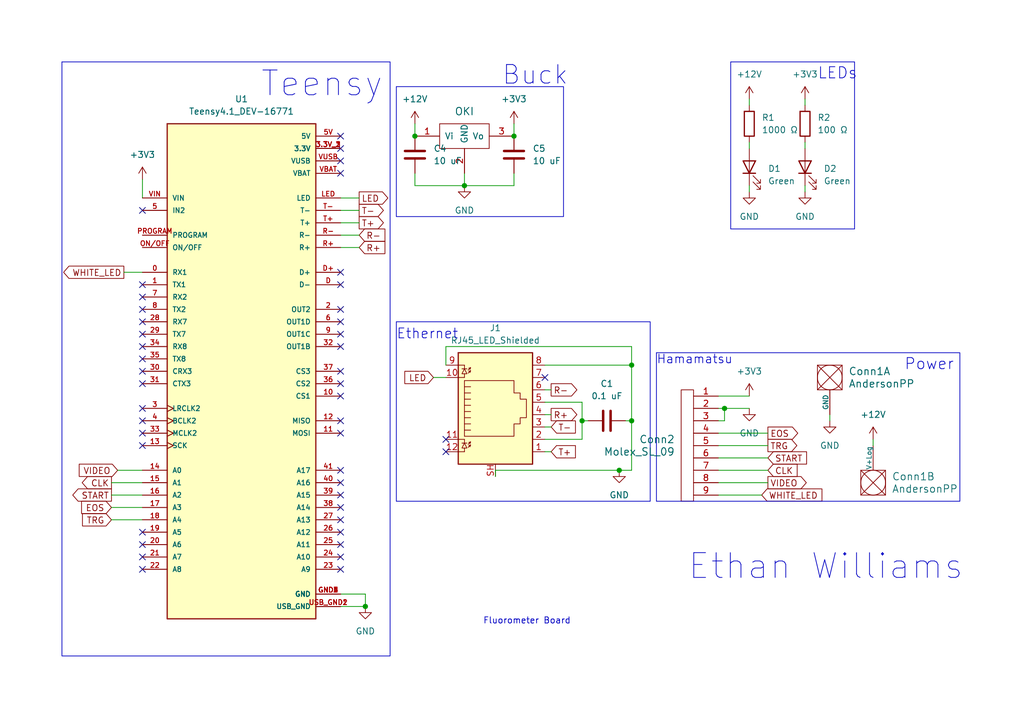
<source format=kicad_sch>
(kicad_sch (version 20230121) (generator eeschema)
  (paper "A5")
  (lib_symbols
    (symbol "Connector:RJ45_LED_Shielded" (pin_names (offset 1.016))
      (property "Reference" "J" (at -5.08 13.97 0))
      (property "Value" "RJ45_LED_Shielded" (at 1.27 13.97 0))
      (symbol "RJ45_LED_Shielded_0_1"
        (polyline (pts (xy -7.62 -7.62) (xy -6.35 -7.62)))
        (polyline (pts (xy -7.62 -5.08) (xy -6.35 -5.08)))
        (polyline (pts (xy -7.62 7.62) (xy -6.35 7.62)))
        (polyline (pts (xy -7.62 10.16) (xy -6.35 10.16)))
        (polyline (pts (xy -6.858 -5.842) (xy -5.842 -5.842)))
        (polyline (pts (xy -6.858 9.398) (xy -5.842 9.398)))
        (polyline (pts (xy -6.35 -7.62) (xy -6.35 -6.858)))
        (polyline (pts (xy -6.35 -5.08) (xy -6.35 -5.842)))
        (polyline (pts (xy -6.35 7.62) (xy -6.35 8.382)))
        (polyline (pts (xy -6.35 10.16) (xy -6.35 9.398)))
        (polyline (pts (xy -5.08 -6.223) (xy -5.207 -6.604)))
        (polyline (pts (xy -5.08 -5.588) (xy -5.207 -5.969)))
        (polyline (pts (xy -5.08 4.445) (xy -6.35 4.445)))
        (polyline (pts (xy -5.08 5.715) (xy -6.35 5.715)))
        (polyline (pts (xy -5.08 9.017) (xy -5.207 8.636)))
        (polyline (pts (xy -5.08 9.652) (xy -5.207 9.271)))
        (polyline (pts (xy -6.35 -3.175) (xy -5.08 -3.175) (xy -5.08 -3.175)))
        (polyline (pts (xy -6.35 -1.905) (xy -5.08 -1.905) (xy -5.08 -1.905)))
        (polyline (pts (xy -6.35 -0.635) (xy -5.08 -0.635) (xy -5.08 -0.635)))
        (polyline (pts (xy -6.35 0.635) (xy -5.08 0.635) (xy -5.08 0.635)))
        (polyline (pts (xy -6.35 1.905) (xy -5.08 1.905) (xy -5.08 1.905)))
        (polyline (pts (xy -5.588 -6.731) (xy -5.08 -6.223) (xy -5.461 -6.35)))
        (polyline (pts (xy -5.588 -6.096) (xy -5.08 -5.588) (xy -5.461 -5.715)))
        (polyline (pts (xy -5.588 8.509) (xy -5.08 9.017) (xy -5.461 8.89)))
        (polyline (pts (xy -5.588 9.144) (xy -5.08 9.652) (xy -5.461 9.525)))
        (polyline (pts (xy -5.08 3.175) (xy -6.35 3.175) (xy -6.35 3.175)))
        (polyline (pts (xy -6.35 -5.842) (xy -6.858 -6.858) (xy -5.842 -6.858) (xy -6.35 -5.842)))
        (polyline (pts (xy -6.35 9.398) (xy -6.858 8.382) (xy -5.842 8.382) (xy -6.35 9.398)))
        (polyline (pts (xy -6.35 -4.445) (xy -6.35 6.985) (xy 3.81 6.985) (xy 3.81 4.445) (xy 5.08 4.445) (xy 5.08 3.175) (xy 6.35 3.175) (xy 6.35 -0.635) (xy 5.08 -0.635) (xy 5.08 -1.905) (xy 3.81 -1.905) (xy 3.81 -4.445) (xy -6.35 -4.445) (xy -6.35 -4.445)))
        (rectangle (start 7.62 12.7) (end -7.62 -10.16) (stroke (width 0.254)) (fill (type background)))
      )
      (symbol "RJ45_LED_Shielded_1_1"
        (pin passive line (at 10.16 -7.62 180) (length 2.54) (name "~") (number "1"))
        (pin passive line (at -10.16 7.62 0) (length 2.54) (name "~") (number "10"))
        (pin passive line (at -10.16 -5.08 0) (length 2.54) (name "~") (number "11"))
        (pin passive line (at -10.16 -7.62 0) (length 2.54) (name "~") (number "12"))
        (pin passive line (at 10.16 -5.08 180) (length 2.54) (name "~") (number "2"))
        (pin passive line (at 10.16 -2.54 180) (length 2.54) (name "~") (number "3"))
        (pin passive line (at 10.16 0 180) (length 2.54) (name "~") (number "4"))
        (pin passive line (at 10.16 2.54 180) (length 2.54) (name "~") (number "5"))
        (pin passive line (at 10.16 5.08 180) (length 2.54) (name "~") (number "6"))
        (pin passive line (at 10.16 7.62 180) (length 2.54) (name "~") (number "7"))
        (pin passive line (at 10.16 10.16 180) (length 2.54) (name "~") (number "8"))
        (pin passive line (at -10.16 10.16 0) (length 2.54) (name "~") (number "9"))
        (pin passive line (at 0 -12.7 90) (length 2.54) (name "~") (number "SH"))
      )
    )
    (symbol "Device:C" (pin_numbers hide) (pin_names (offset 0.254))
      (property "Reference" "C" (at 0.635 2.54 0))
      (property "Value" "C" (at 0.635 -2.54 0))
      (symbol "C_0_1"
        (polyline (pts (xy -2.032 -0.762) (xy 2.032 -0.762)) (stroke (width 0.508)))
        (polyline (pts (xy -2.032 0.762) (xy 2.032 0.762)) (stroke (width 0.508)))
      )
      (symbol "C_1_1"
        (pin passive line (at 0 3.81 270) (length 2.794) (name "~") (number "1"))
        (pin passive line (at 0 -3.81 90) (length 2.794) (name "~") (number "2"))
      )
    )
    (symbol "Device:LED" (pin_numbers hide) (pin_names (offset 1.016) hide)
      (property "Reference" "D" (at 0 2.54 0))
      (property "Value" "LED" (at 0 -2.54 0))
      (symbol "LED_0_1"
        (polyline (pts (xy -1.27 -1.27) (xy -1.27 1.27)) (stroke (width 0.254)))
        (polyline (pts (xy -1.27 0) (xy 1.27 0)))
        (polyline (pts (xy 1.27 -1.27) (xy 1.27 1.27) (xy -1.27 0) (xy 1.27 -1.27)) (stroke (width 0.254)))
        (polyline (pts (xy -3.048 -0.762) (xy -4.572 -2.286) (xy -3.81 -2.286) (xy -4.572 -2.286) (xy -4.572 -1.524)))
        (polyline (pts (xy -1.778 -0.762) (xy -3.302 -2.286) (xy -2.54 -2.286) (xy -3.302 -2.286) (xy -3.302 -1.524)))
      )
      (symbol "LED_1_1"
        (pin passive line (at -3.81 0 0) (length 2.54) (name "K") (number "1"))
        (pin passive line (at 3.81 0 180) (length 2.54) (name "A") (number "2"))
      )
    )
    (symbol "Device:R" (pin_numbers hide) (pin_names (offset 0))
      (property "Reference" "R" (at 2.032 0 90))
      (property "Value" "R" (at 0 0 90))
      (symbol "R_0_1"
        (rectangle (start -1.016 -2.54) (end 1.016 2.54) (stroke (width 0.254)))
      )
      (symbol "R_1_1"
        (pin passive line (at 0 3.81 270) (length 1.27) (name "~") (number "1"))
        (pin passive line (at 0 -3.81 90) (length 1.27) (name "~") (number "2"))
      )
    )
    (symbol "MRDT_Connectors:AndersonPP" (pin_numbers hide) (pin_names (offset 0))
      (property "Reference" "Conn" (at 3.81 -1.27 0))
      (property "Value" "AndersonPP" (at 2.54 6.35 0))
      (symbol "AndersonPP_0_1"
        (polyline (pts (xy 0 5.08) (xy 5.08 0)))
        (polyline (pts (xy 5.08 5.08) (xy 0 0)))
        (rectangle (start 0 0) (end 5.08 5.08))
        (circle (center 2.54 2.54) (radius 2.54))
      )
      (symbol "AndersonPP_1_1"
        (pin input line (at 10.16 2.54 180) (length 5.08) (name "GND") (number "1"))
      )
      (symbol "AndersonPP_2_1"
        (pin input line (at 10.16 2.54 180) (length 5.08) (name "V+Log") (number "2"))
      )
      (symbol "AndersonPP_3_1"
        (pin input line (at 10.16 2.54 180) (length 5.08) (name "V+Act") (number "3"))
      )
      (symbol "AndersonPP_4_1"
        (pin input line (at 10.16 2.54 180) (length 5.08) (name "PV+") (number "4"))
      )
      (symbol "AndersonPP_5_1"
        (pin input line (at 10.16 2.54 180) (length 5.08) (name "~") (number "1"))
      )
    )
    (symbol "MRDT_Connectors:Molex_SL_09" (pin_names (offset 1.016))
      (property "Reference" "Conn" (at 3.81 -1.27 0))
      (property "Value" "Molex_SL_09" (at 1.27 24.13 0))
      (symbol "Molex_SL_09_0_1"
        (rectangle (start 0 22.86) (end 2.54 0))
      )
      (symbol "Molex_SL_09_1_1"
        (pin input line (at -5.08 21.59 0) (length 5.08) (name "~") (number "1"))
        (pin input line (at -5.08 19.05 0) (length 5.08) (name "~") (number "2"))
        (pin input line (at -5.08 16.51 0) (length 5.08) (name "~") (number "3"))
        (pin input line (at -5.08 13.97 0) (length 5.08) (name "~") (number "4"))
        (pin input line (at -5.08 11.43 0) (length 5.08) (name "~") (number "5"))
        (pin input line (at -5.08 8.89 0) (length 5.08) (name "~") (number "6"))
        (pin input line (at -5.08 6.35 0) (length 5.08) (name "~") (number "7"))
        (pin input line (at -5.08 3.81 0) (length 5.08) (name "~") (number "8"))
        (pin input line (at -5.08 1.27 0) (length 5.08) (name "~") (number "9"))
      )
    )
    (symbol "MRDT_Devices:OKI" (pin_names (offset 1.016))
      (property "Value" "OKI" (at 5.08 6.35 0))
      (symbol "OKI_0_1"
        (rectangle (start 0 0) (end 10.16 5.08))
      )
      (symbol "OKI_1_1"
        (pin input line (at -5.08 2.54 0) (length 5.08) (name "Vi") (number "1"))
        (pin output line (at 5.08 -5.08 90) (length 5.08) (name "GND") (number "2"))
        (pin output line (at 15.24 2.54 180) (length 5.08) (name "Vo") (number "3"))
      )
    )
    (symbol "MRDT_Shields:Teensy4.1_DEV-16771" (pin_names (offset 1.016))
      (property "Reference" "U" (at -15.24 52.07 0))
      (property "Value" "Teensy4.1_DEV-16771" (at -15.24 -53.34 0))
      (symbol "Teensy4.1_DEV-16771_0_0"
        (rectangle (start -15.24 -50.8) (end 15.24 50.8) (stroke (width 0.254)) (fill (type background)))
        (pin bidirectional line (at -20.32 20.32 0) (length 5.08) (name "RX1") (number "0"))
        (pin bidirectional line (at -20.32 17.78 0) (length 5.08) (name "TX1") (number "1"))
        (pin bidirectional line (at 20.32 -5.08 180) (length 5.08) (name "CS1") (number "10"))
        (pin bidirectional line (at 20.32 -12.7 180) (length 5.08) (name "MOSI") (number "11"))
        (pin bidirectional line (at 20.32 -10.16 180) (length 5.08) (name "MISO") (number "12"))
        (pin bidirectional clock (at -20.32 -15.24 0) (length 5.08) (name "SCK") (number "13"))
        (pin bidirectional line (at -20.32 -20.32 0) (length 5.08) (name "A0") (number "14"))
        (pin bidirectional line (at -20.32 -22.86 0) (length 5.08) (name "A1") (number "15"))
        (pin bidirectional line (at -20.32 -25.4 0) (length 5.08) (name "A2") (number "16"))
        (pin bidirectional line (at -20.32 -27.94 0) (length 5.08) (name "A3") (number "17"))
        (pin bidirectional line (at -20.32 -30.48 0) (length 5.08) (name "A4") (number "18"))
        (pin bidirectional line (at -20.32 -33.02 0) (length 5.08) (name "A5") (number "19"))
        (pin output line (at 20.32 12.7 180) (length 5.08) (name "OUT2") (number "2"))
        (pin bidirectional line (at -20.32 -35.56 0) (length 5.08) (name "A6") (number "20"))
        (pin bidirectional line (at -20.32 -38.1 0) (length 5.08) (name "A7") (number "21"))
        (pin bidirectional line (at -20.32 -40.64 0) (length 5.08) (name "A8") (number "22"))
        (pin bidirectional line (at 20.32 -40.64 180) (length 5.08) (name "A9") (number "23"))
        (pin bidirectional line (at 20.32 -38.1 180) (length 5.08) (name "A10") (number "24"))
        (pin bidirectional line (at 20.32 -35.56 180) (length 5.08) (name "A11") (number "25"))
        (pin bidirectional line (at 20.32 -33.02 180) (length 5.08) (name "A12") (number "26"))
        (pin bidirectional line (at 20.32 -30.48 180) (length 5.08) (name "A13") (number "27"))
        (pin bidirectional line (at -20.32 10.16 0) (length 5.08) (name "RX7") (number "28"))
        (pin bidirectional line (at -20.32 7.62 0) (length 5.08) (name "TX7") (number "29"))
        (pin bidirectional clock (at -20.32 -7.62 0) (length 5.08) (name "LRCLK2") (number "3"))
        (pin power_in line (at 20.32 45.72 180) (length 5.08) (name "3.3V") (number "3.3V_1"))
        (pin power_in line (at 20.32 45.72 180) (length 5.08) (name "3.3V") (number "3.3V_2"))
        (pin power_in line (at 20.32 45.72 180) (length 5.08) (name "3.3V") (number "3.3V_3"))
        (pin bidirectional line (at -20.32 0 0) (length 5.08) (name "CRX3") (number "30"))
        (pin bidirectional line (at -20.32 -2.54 0) (length 5.08) (name "CTX3") (number "31"))
        (pin output line (at 20.32 5.08 180) (length 5.08) (name "OUT1B") (number "32"))
        (pin bidirectional clock (at -20.32 -12.7 0) (length 5.08) (name "MCLK2") (number "33"))
        (pin bidirectional line (at -20.32 5.08 0) (length 5.08) (name "RX8") (number "34"))
        (pin bidirectional line (at -20.32 2.54 0) (length 5.08) (name "TX8") (number "35"))
        (pin bidirectional line (at 20.32 -2.54 180) (length 5.08) (name "CS2") (number "36"))
        (pin bidirectional line (at 20.32 0 180) (length 5.08) (name "CS3") (number "37"))
        (pin bidirectional line (at 20.32 -27.94 180) (length 5.08) (name "A14") (number "38"))
        (pin bidirectional line (at 20.32 -25.4 180) (length 5.08) (name "A15") (number "39"))
        (pin bidirectional clock (at -20.32 -10.16 0) (length 5.08) (name "BCLK2") (number "4"))
        (pin bidirectional line (at 20.32 -22.86 180) (length 5.08) (name "A16") (number "40"))
        (pin bidirectional line (at 20.32 -20.32 180) (length 5.08) (name "A17") (number "41"))
        (pin bidirectional line (at -20.32 33.02 0) (length 5.08) (name "IN2") (number "5"))
        (pin power_in line (at 20.32 48.26 180) (length 5.08) (name "5V") (number "5V"))
        (pin output line (at 20.32 10.16 180) (length 5.08) (name "OUT1D") (number "6"))
        (pin bidirectional line (at -20.32 15.24 0) (length 5.08) (name "RX2") (number "7"))
        (pin bidirectional line (at -20.32 12.7 0) (length 5.08) (name "TX2") (number "8"))
        (pin output line (at 20.32 7.62 180) (length 5.08) (name "OUT1C") (number "9"))
        (pin bidirectional line (at 20.32 17.78 180) (length 5.08) (name "D-") (number "D"))
        (pin bidirectional line (at 20.32 20.32 180) (length 5.08) (name "D+") (number "D+"))
        (pin power_in line (at 20.32 -45.72 180) (length 5.08) (name "GND") (number "GND1"))
        (pin power_in line (at 20.32 -45.72 180) (length 5.08) (name "GND") (number "GND2"))
        (pin power_in line (at 20.32 -45.72 180) (length 5.08) (name "GND") (number "GND3"))
        (pin power_in line (at 20.32 -45.72 180) (length 5.08) (name "GND") (number "GND4"))
        (pin power_in line (at 20.32 -45.72 180) (length 5.08) (name "GND") (number "GND5"))
        (pin bidirectional line (at 20.32 35.56 180) (length 5.08) (name "LED") (number "LED"))
        (pin bidirectional line (at -20.32 25.4 0) (length 5.08) (name "ON/OFF") (number "ON/OFF"))
        (pin bidirectional line (at -20.32 27.94 0) (length 5.08) (name "PROGRAM") (number "PROGRAM"))
        (pin bidirectional line (at 20.32 25.4 180) (length 5.08) (name "R+") (number "R+"))
        (pin bidirectional line (at 20.32 27.94 180) (length 5.08) (name "R-") (number "R-"))
        (pin bidirectional line (at 20.32 30.48 180) (length 5.08) (name "T+") (number "T+"))
        (pin bidirectional line (at 20.32 33.02 180) (length 5.08) (name "T-") (number "T-"))
        (pin power_in line (at 20.32 -48.26 180) (length 5.08) (name "USB_GND") (number "USB_GND1"))
        (pin power_in line (at 20.32 -48.26 180) (length 5.08) (name "USB_GND") (number "USB_GND2"))
        (pin passive line (at 20.32 40.64 180) (length 5.08) (name "VBAT") (number "VBAT"))
        (pin input line (at -20.32 35.56 0) (length 5.08) (name "VIN") (number "VIN"))
        (pin passive line (at 20.32 43.18 180) (length 5.08) (name "VUSB") (number "VUSB"))
      )
    )
    (symbol "power:+12V" (power) (pin_names (offset 0))
      (property "Value" "+12V" (at 0 3.556 0))
      (symbol "+12V_0_1"
        (polyline (pts (xy -0.762 1.27) (xy 0 2.54)))
        (polyline (pts (xy 0 0) (xy 0 2.54)))
        (polyline (pts (xy 0 2.54) (xy 0.762 1.27)))
      )
      (symbol "+12V_1_1"
        (pin power_in line (at 0 0 90) (length 0) hide (name "+12V") (number "1"))
      )
    )
    (symbol "power:+3V3" (power) (pin_names (offset 0))
      (property "Value" "+3V3" (at 0 3.556 0))
      (symbol "+3V3_0_1"
        (polyline (pts (xy -0.762 1.27) (xy 0 2.54)))
        (polyline (pts (xy 0 0) (xy 0 2.54)))
        (polyline (pts (xy 0 2.54) (xy 0.762 1.27)))
      )
      (symbol "+3V3_1_1"
        (pin power_in line (at 0 0 90) (length 0) hide (name "+3V3") (number "1"))
      )
    )
    (symbol "power:GND" (power) (pin_names (offset 0))
      (property "Value" "GND" (at 0 -3.81 0))
      (symbol "GND_0_1"
        (polyline (pts (xy 0 0) (xy 0 -1.27) (xy 1.27 -1.27) (xy 0 -2.54) (xy -1.27 -1.27) (xy 0 -1.27)))
      )
      (symbol "GND_1_1"
        (pin power_in line (at 0 0 270) (length 0) hide (name "GND") (number "1"))
      )
    )
  )
  (junction (at 127 96.52))
  (junction (at 129.54 74.93))
  (junction (at 105.41 27.94))
  (junction (at 148.59 83.82))
  (junction (at 95.25 38.1))
  (junction (at 85.09 27.94))
  (junction (at 129.54 86.36))
  (junction (at 119.38 86.36))
  (junction (at 74.93 124.46))
  (no_connect (at 69.85 33.02))
  (no_connect (at 29.21 68.58))
  (no_connect (at 69.85 78.74))
  (no_connect (at 29.21 111.76))
  (no_connect (at 91.44 92.71))
  (no_connect (at 29.21 116.84))
  (no_connect (at 69.85 96.52))
  (no_connect (at 29.21 83.82))
  (no_connect (at 29.21 66.04))
  (no_connect (at 29.21 86.36))
  (no_connect (at 69.85 63.5))
  (no_connect (at 29.21 91.44))
  (no_connect (at 69.85 27.94))
  (no_connect (at 29.21 109.22))
  (no_connect (at 29.21 76.2))
  (no_connect (at 69.85 30.48))
  (no_connect (at 29.21 88.9))
  (no_connect (at 69.85 109.22))
  (no_connect (at 29.21 63.5))
  (no_connect (at 69.85 99.06))
  (no_connect (at 111.76 77.47))
  (no_connect (at 69.85 104.14))
  (no_connect (at 69.85 116.84))
  (no_connect (at 69.85 81.28))
  (no_connect (at 69.85 88.9))
  (no_connect (at 69.85 111.76))
  (no_connect (at 69.85 106.68))
  (no_connect (at 29.21 78.74))
  (no_connect (at 69.85 68.58))
  (no_connect (at 29.21 58.42))
  (no_connect (at 69.85 55.88))
  (no_connect (at 29.21 43.18))
  (no_connect (at 69.85 58.42))
  (no_connect (at 69.85 66.04))
  (no_connect (at 29.21 73.66))
  (no_connect (at 69.85 71.12))
  (no_connect (at 69.85 114.3))
  (no_connect (at 29.21 114.3))
  (no_connect (at 29.21 60.96))
  (no_connect (at 91.44 90.17))
  (no_connect (at 69.85 86.36))
  (no_connect (at 29.21 71.12))
  (no_connect (at 69.85 35.56))
  (no_connect (at 69.85 76.2))
  (no_connect (at 69.85 101.6))
  (wire (pts (xy 74.93 121.92) (xy 74.93 124.46)))
  (wire (pts (xy 113.03 87.63) (xy 111.76 87.63)))
  (wire (pts (xy 85.09 35.56) (xy 85.09 38.1)))
  (wire (pts (xy 24.13 96.52) (xy 29.21 96.52)))
  (wire (pts (xy 91.44 71.12) (xy 129.54 71.12)))
  (wire (pts (xy 22.86 104.14) (xy 29.21 104.14)))
  (wire (pts (xy 153.67 30.48) (xy 153.67 29.21)))
  (wire (pts (xy 113.03 92.71) (xy 111.76 92.71)))
  (wire (pts (xy 127 96.52) (xy 129.54 96.52)))
  (wire (pts (xy 165.1 20.32) (xy 165.1 21.59)))
  (wire (pts (xy 129.54 71.12) (xy 129.54 74.93)))
  (wire (pts (xy 129.54 96.52) (xy 129.54 86.36)))
  (wire (pts (xy 69.85 124.46) (xy 74.93 124.46)))
  (wire (pts (xy 147.32 86.36) (xy 148.59 86.36)))
  (wire (pts (xy 147.32 83.82) (xy 148.59 83.82)))
  (wire (pts (xy 91.44 74.93) (xy 91.44 71.12)))
  (wire (pts (xy 105.41 25.4) (xy 105.41 27.94)))
  (wire (pts (xy 119.38 82.55) (xy 111.76 82.55)))
  (wire (pts (xy 25.4 55.88) (xy 29.21 55.88)))
  (wire (pts (xy 69.85 45.72) (xy 73.66 45.72)))
  (wire (pts (xy 69.85 50.8) (xy 73.66 50.8)))
  (wire (pts (xy 29.21 36.83) (xy 29.21 40.64)))
  (wire (pts (xy 165.1 30.48) (xy 165.1 29.21)))
  (wire (pts (xy 148.59 83.82) (xy 153.67 83.82)))
  (wire (pts (xy 119.38 86.36) (xy 119.38 82.55)))
  (wire (pts (xy 113.03 80.01) (xy 111.76 80.01)))
  (wire (pts (xy 101.6 96.52) (xy 127 96.52)))
  (wire (pts (xy 128.27 86.36) (xy 129.54 86.36)))
  (wire (pts (xy 85.09 25.4) (xy 85.09 27.94)))
  (wire (pts (xy 22.86 106.68) (xy 29.21 106.68)))
  (wire (pts (xy 105.41 35.56) (xy 105.41 38.1)))
  (wire (pts (xy 179.07 90.17) (xy 179.07 91.44)))
  (wire (pts (xy 147.32 93.98) (xy 157.48 93.98)))
  (wire (pts (xy 111.76 90.17) (xy 119.38 90.17)))
  (wire (pts (xy 113.03 85.09) (xy 111.76 85.09)))
  (wire (pts (xy 148.59 86.36) (xy 148.59 83.82)))
  (wire (pts (xy 105.41 38.1) (xy 95.25 38.1)))
  (wire (pts (xy 22.86 99.06) (xy 29.21 99.06)))
  (wire (pts (xy 147.32 96.52) (xy 157.48 96.52)))
  (wire (pts (xy 170.18 86.36) (xy 170.18 85.09)))
  (wire (pts (xy 95.25 38.1) (xy 95.25 35.56)))
  (wire (pts (xy 88.9 77.47) (xy 91.44 77.47)))
  (wire (pts (xy 147.32 88.9) (xy 157.48 88.9)))
  (wire (pts (xy 101.6 96.52) (xy 101.6 97.79)))
  (wire (pts (xy 147.32 101.6) (xy 156.21 101.6)))
  (wire (pts (xy 153.67 20.32) (xy 153.67 21.59)))
  (wire (pts (xy 129.54 74.93) (xy 129.54 86.36)))
  (wire (pts (xy 165.1 38.1) (xy 165.1 39.37)))
  (wire (pts (xy 69.85 40.64) (xy 73.66 40.64)))
  (wire (pts (xy 69.85 43.18) (xy 73.66 43.18)))
  (wire (pts (xy 111.76 74.93) (xy 129.54 74.93)))
  (wire (pts (xy 147.32 99.06) (xy 157.48 99.06)))
  (wire (pts (xy 69.85 121.92) (xy 74.93 121.92)))
  (wire (pts (xy 119.38 90.17) (xy 119.38 86.36)))
  (wire (pts (xy 119.38 86.36) (xy 120.65 86.36)))
  (wire (pts (xy 69.85 48.26) (xy 73.66 48.26)))
  (wire (pts (xy 147.32 91.44) (xy 157.48 91.44)))
  (wire (pts (xy 153.67 38.1) (xy 153.67 39.37)))
  (wire (pts (xy 85.09 38.1) (xy 95.25 38.1)))
  (wire (pts (xy 22.86 101.6) (xy 29.21 101.6)))
  (wire (pts (xy 147.32 81.28) (xy 153.67 81.28)))
  (rectangle (start 12.7 12.7) (end 80.01 134.62))
  (rectangle (start 81.28 17.78) (end 115.57 44.45))
  (rectangle (start 81.28 66.04) (end 133.35 102.87))
  (rectangle (start 134.62 72.39) (end 196.85 102.87))
  (rectangle (start 149.86 12.7) (end 175.26 46.99))
  (text "Hamamatsu\n" (at 134.62 74.93 0) (effects (font (size 1.778 1.778)) (justify left bottom)))
  (text "Fluorometer Board\n" (at 99.06 128.27 0) (effects (font (size 1.27 1.27)) (justify left bottom)))
  (text "Ethernet" (at 81.28 69.85 0) (effects (font (size 2.032 2.032)) (justify left bottom)))
  (text "Power" (at 185.42 76.2 0) (effects (font (size 2.286 2.286)) (justify left bottom)))
  (text "Teensy" (at 53.34 20.32 0) (effects (font (size 5.08 5.08)) (justify left bottom)))
  (text "Ethan Williams" (at 140.97 119.38 0) (effects (font (size 5.08 5.08)) (justify left bottom)))
  (text "Buck" (at 102.87 17.78 0) (effects (font (size 3.81 3.81)) (justify left bottom)))
  (text "LEDs" (at 167.64 16.51 0) (effects (font (size 2.286 2.286)) (justify left bottom)))
  (global_label "LED" (shape output) (at 73.66 40.64 0) (property "Intersheetrefs" "${INTERSHEET_REFS}" (effects hide)))
  (global_label "R+" (shape input) (at 73.66 50.8 0) (property "Intersheetrefs" "${INTERSHEET_REFS}" (effects hide)))
  (global_label "T+" (shape input) (at 113.03 92.71 0) (property "Intersheetrefs" "${INTERSHEET_REFS}" (effects hide)))
  (global_label "R-" (shape output) (at 113.03 80.01 0) (property "Intersheetrefs" "${INTERSHEET_REFS}" (effects hide)))
  (global_label "T-" (shape output) (at 73.66 43.18 0) (property "Intersheetrefs" "${INTERSHEET_REFS}" (effects hide)))
  (global_label "CLK" (shape output) (at 22.86 99.06 180) (property "Intersheetrefs" "${INTERSHEET_REFS}" (effects hide)))
  (global_label "T+" (shape output) (at 73.66 45.72 0) (property "Intersheetrefs" "${INTERSHEET_REFS}" (effects hide)))
  (global_label "START" (shape input) (at 157.48 93.98 0) (property "Intersheetrefs" "${INTERSHEET_REFS}" (effects hide)))
  (global_label "EOS" (shape output) (at 157.48 88.9 0) (property "Intersheetrefs" "${INTERSHEET_REFS}" (effects hide)))
  (global_label "T-" (shape input) (at 113.03 87.63 0) (property "Intersheetrefs" "${INTERSHEET_REFS}" (effects hide)))
  (global_label "R-" (shape input) (at 73.66 48.26 0) (property "Intersheetrefs" "${INTERSHEET_REFS}" (effects hide)))
  (global_label "TRG" (shape output) (at 157.48 91.44 0) (property "Intersheetrefs" "${INTERSHEET_REFS}" (effects hide)))
  (global_label "EOS" (shape input) (at 22.86 104.14 180) (property "Intersheetrefs" "${INTERSHEET_REFS}" (effects hide)))
  (global_label "TRG" (shape input) (at 22.86 106.68 180) (property "Intersheetrefs" "${INTERSHEET_REFS}" (effects hide)))
  (global_label "CLK" (shape input) (at 157.48 96.52 0) (property "Intersheetrefs" "${INTERSHEET_REFS}" (effects hide)))
  (global_label "START" (shape output) (at 22.86 101.6 180) (property "Intersheetrefs" "${INTERSHEET_REFS}" (effects hide)))
  (global_label "VIDEO" (shape output) (at 157.48 99.06 0) (property "Intersheetrefs" "${INTERSHEET_REFS}" (effects hide)))
  (global_label "LED" (shape input) (at 88.9 77.47 180) (property "Intersheetrefs" "${INTERSHEET_REFS}" (effects hide)))
  (global_label "WHITE_LED" (shape output) (at 25.4 55.88 180) (property "Intersheetrefs" "${INTERSHEET_REFS}" (effects hide)))
  (global_label "R+" (shape output) (at 113.03 85.09 0) (property "Intersheetrefs" "${INTERSHEET_REFS}" (effects hide)))
  (global_label "WHITE_LED" (shape input) (at 156.21 101.6 0) (property "Intersheetrefs" "${INTERSHEET_REFS}" (effects hide)))
  (global_label "VIDEO" (shape input) (at 24.13 96.52 180) (property "Intersheetrefs" "${INTERSHEET_REFS}" (effects hide)))
  (symbol (lib_id "MRDT_Connectors:Molex_SL_09") (at 142.24 102.87 0) (mirror y) (unit 1)
    (property "Reference" "Conn2" (at 138.43 90.17 0) (effects (font (size 1.524 1.524)) (justify left)))
    (property "Value" "Molex_SL_09" (at 138.43 92.71 0) (effects (font (size 1.524 1.524)) (justify left)))
  )
  (symbol (lib_id "power:GND") (at 74.93 124.46 0) (unit 1)
    (property "Reference" "#PWR03" (effects hide))
    (property "Value" "GND" (at 74.93 129.54 0))
  )
  (symbol (lib_id "power:+12V") (at 85.09 25.4 0) (unit 1)
    (property "Reference" "#PWR09" (effects hide))
    (property "Value" "+12V" (at 85.09 20.32 0))
  )
  (symbol (lib_id "power:+12V") (at 153.67 20.32 0) (unit 1)
    (property "Reference" "#PWR012" (effects hide))
    (property "Value" "+12V" (at 153.67 15.24 0))
  )
  (symbol (lib_id "Device:R") (at 153.67 25.4 0) (unit 1)
    (property "Reference" "R1" (at 156.21 24.13 0) (effects (justify left)))
    (property "Value" "1000 Ω" (at 156.21 26.67 0) (effects (justify left)))
    (property "Footprint" "Resistor_SMD:R_0603_1608Metric_Pad0.98x0.95mm_HandSolder" (effects hide))
  )
  (symbol (lib_id "Device:R") (at 165.1 25.4 0) (unit 1)
    (property "Reference" "R2" (at 167.64 24.13 0) (effects (justify left)))
    (property "Value" "100 Ω" (at 167.64 26.67 0) (effects (justify left)))
    (property "Footprint" "Resistor_SMD:R_0603_1608Metric_Pad0.98x0.95mm_HandSolder" (effects hide))
  )
  (symbol (lib_id "power:+3V3") (at 165.1 20.32 0) (unit 1)
    (property "Reference" "#PWR06" (effects hide))
    (property "Value" "+3V3" (at 165.1 15.24 0))
  )
  (symbol (lib_id "MRDT_Devices:OKI") (at 90.17 30.48 0) (unit 1)
    (property "Reference" "U3" (effects hide))
    (property "Value" "OKI" (at 95.25 22.86 0) (effects (font (size 1.524 1.524))))
    (property "Footprint" "MRDT_Devices:OKI_Horizontal" (effects hide))
  )
  (symbol (lib_id "power:GND") (at 170.18 86.36 0) (unit 1)
    (property "Reference" "#PWR01" (effects hide))
    (property "Value" "GND" (at 170.18 91.44 0))
  )
  (symbol (lib_id "Device:C") (at 105.41 31.75 0) (unit 1)
    (property "Reference" "C5" (at 109.22 30.48 0) (effects (justify left)))
    (property "Value" "10 uF" (at 109.22 33.02 0) (effects (justify left)))
    (property "Footprint" "Capacitor_SMD:C_0603_1608Metric_Pad1.08x0.95mm_HandSolder" (effects hide))
  )
  (symbol (lib_id "Device:C") (at 85.09 31.75 0) (unit 1)
    (property "Reference" "C4" (at 88.9 30.48 0) (effects (justify left)))
    (property "Value" "10 uF" (at 88.9 33.02 0) (effects (justify left)))
    (property "Footprint" "Capacitor_SMD:C_0603_1608Metric_Pad1.08x0.95mm_HandSolder" (effects hide))
  )
  (symbol (lib_id "Connector:RJ45_LED_Shielded") (at 101.6 85.09 0) (unit 1)
    (property "Reference" "J1" (at 101.6 67.31 0))
    (property "Value" "RJ45_LED_Shielded" (at 101.6 69.85 0))
    (property "Footprint" "MRDT_Connectors:RJ45_Teensy" (effects hide))
  )
  (symbol (lib_id "Device:LED") (at 165.1 34.29 90) (unit 1)
    (property "Reference" "D2" (at 168.91 34.6075 90) (effects (justify right)))
    (property "Value" "Green" (at 168.91 37.1475 90) (effects (justify right)))
    (property "Footprint" "LED_SMD:LED_0603_1608Metric_Pad1.05x0.95mm_HandSolder" (effects hide))
  )
  (symbol (lib_id "power:+3V3") (at 105.41 25.4 0) (unit 1)
    (property "Reference" "#PWR017" (effects hide))
    (property "Value" "+3V3" (at 105.41 20.32 0))
  )
  (symbol (lib_id "power:+12V") (at 179.07 90.17 0) (unit 1)
    (property "Reference" "#PWR04" (effects hide))
    (property "Value" "+12V" (at 179.07 85.09 0))
  )
  (symbol (lib_id "Device:LED") (at 153.67 34.29 90) (unit 1)
    (property "Reference" "D1" (at 157.48 34.6075 90) (effects (justify right)))
    (property "Value" "Green" (at 157.48 37.1475 90) (effects (justify right)))
    (property "Footprint" "LED_SMD:LED_0603_1608Metric_Pad1.05x0.95mm_HandSolder" (effects hide))
  )
  (symbol (lib_id "power:GND") (at 153.67 83.82 0) (unit 1)
    (property "Reference" "#PWR011" (effects hide))
    (property "Value" "GND" (at 153.67 88.9 0))
  )
  (symbol (lib_id "MRDT_Shields:Teensy4.1_DEV-16771") (at 49.53 76.2 0) (unit 1)
    (property "Reference" "U1" (at 49.53 20.32 0))
    (property "Value" "Teensy4.1_DEV-16771" (at 49.53 22.86 0))
    (property "Footprint" "MRDT_Shields:Teensy_4_1_Ethernet" (effects hide))
    (property "STANDARD" "Manufacturer recommendations" (effects hide))
    (property "MAXIMUM_PACKAGE_HEIGHT" "4.07mm" (effects hide))
    (property "MANUFACTURER" "SparkFun Electronics" (effects hide))
    (property "PARTREV" "4.1" (effects hide))
  )
  (symbol (lib_id "power:GND") (at 153.67 39.37 0) (unit 1)
    (property "Reference" "#PWR015" (effects hide))
    (property "Value" "GND" (at 153.67 44.45 0))
  )
  (symbol (lib_id "power:+3V3") (at 29.21 36.83 0) (unit 1)
    (property "Reference" "#PWR05" (effects hide))
    (property "Value" "+3V3" (at 29.21 31.75 0))
  )
  (symbol (lib_id "power:GND") (at 165.1 39.37 0) (unit 1)
    (property "Reference" "#PWR016" (effects hide))
    (property "Value" "GND" (at 165.1 44.45 0))
  )
  (symbol (lib_id "Device:C") (at 124.46 86.36 270) (unit 1)
    (property "Reference" "C1" (at 124.46 78.74 90))
    (property "Value" "0.1 uF" (at 124.46 81.28 90))
    (property "Footprint" "Capacitor_SMD:C_0603_1608Metric_Pad1.08x0.95mm_HandSolder" (effects hide))
  )
  (symbol (lib_id "MRDT_Connectors:AndersonPP") (at 167.64 74.93 270) (unit 1)
    (property "Reference" "Conn1" (at 173.99 76.2 90) (effects (font (size 1.524 1.524)) (justify left)))
    (property "Value" "AndersonPP" (at 173.99 78.74 90) (effects (font (size 1.524 1.524)) (justify left)))
    (property "Footprint" "MRDT_Connectors:Square_Anderson_2_H_Side_By_Side_PV" (effects hide))
  )
  (symbol (lib_id "power:+3V3") (at 153.67 81.28 0) (unit 1)
    (property "Reference" "#PWR07" (effects hide))
    (property "Value" "+3V3" (at 153.67 76.2 0))
  )
  (symbol (lib_id "MRDT_Connectors:AndersonPP") (at 181.61 101.6 90) (unit 2)
    (property "Reference" "Conn1" (at 182.88 97.79 90) (effects (font (size 1.524 1.524)) (justify right)))
    (property "Value" "AndersonPP" (at 182.88 100.33 90) (effects (font (size 1.524 1.524)) (justify right)))
  )
  (symbol (lib_id "power:GND") (at 95.25 38.1 0) (unit 1)
    (property "Reference" "#PWR014" (effects hide))
    (property "Value" "GND" (at 95.25 43.18 0))
  )
  (symbol (lib_id "power:GND") (at 127 96.52 0) (unit 1)
    (property "Reference" "#PWR02" (effects hide))
    (property "Value" "GND" (at 127 101.6 0))
  )
)
</source>
